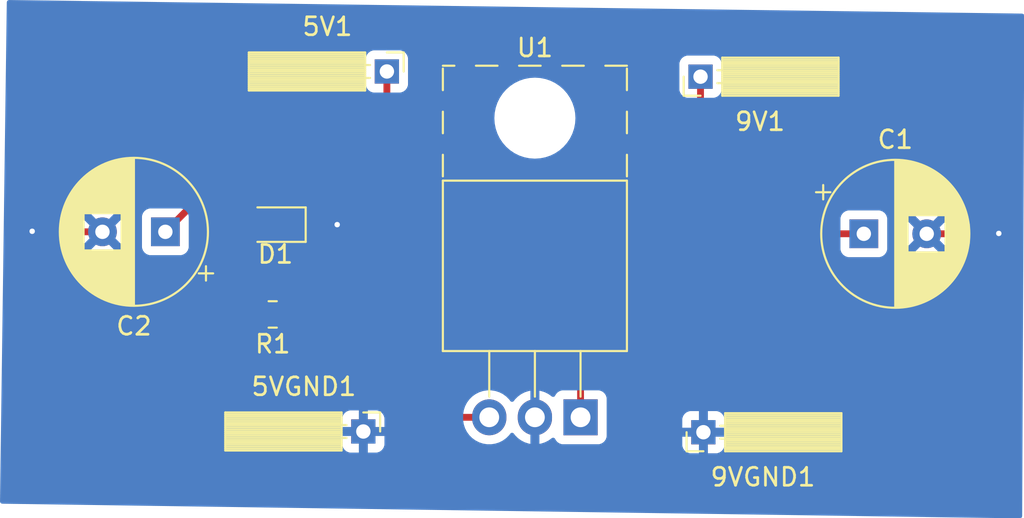
<source format=kicad_pcb>
(kicad_pcb (version 20240108) (generator "pcbnew") (generator_version "8.0")
  (layers (0 "F.Cu" signal) (31 "B.Cu" signal) (34 "B.Paste" user) (35 "F.Paste" user) (36 "B.SilkS" user "B.Silkscreen") (37 "F.SilkS" user "F.Silkscreen") (38 "B.Mask" user) (39 "F.Mask" user) (44 "Edge.Cuts" user))
  (net 0 "")
  (net 1 "GND")
  (net 2 "9V")
  (net 3 "5V")
  (net 4 "Net-(D1-A)")
  (footprint "Resistor_SMD:R_0805_2012Metric" (layer "F.Cu") (at 127.9125 94.5 180)
    (property "Reference" "R1" (at 0 -1.65 180) (layer "F.SilkS"))
    (property "Value" "R")
    (fp_line (start -0.227064 0.735) (end 0.227064 0.735) (stroke (width 0.12)) (layer "F.SilkS"))
    (fp_line (start -0.227064 -0.735) (end 0.227064 -0.735) (stroke (width 0.12)) (layer "F.SilkS"))
    (pad "1" smd roundrect (at -0.9125 0 180) (size 1.025 1.4) (layers "F.Cu" "F.Paste" "F.Mask") (roundrect_rratio 0.243902) (net 3 "5V"))
    (pad "2" smd roundrect (at 0.9125 0 180) (size 1.025 1.4) (layers "F.Cu" "F.Paste" "F.Mask") (roundrect_rratio 0.243902) (net 4 "Net-(D1-A)"))
  )
  (footprint "Connector_PinSocket_2.00mm:PinSocket_1x01_P2.00mm_Horizontal" (layer "F.Cu") (at 151.875 101.06 180)
    (property "Reference" "9VGND1" (at -3.31 -2.5 180) (layer "F.SilkS"))
    (property "Value" "Conn_01x01_Socket")
    (fp_line (start 0.935 -1.06) (end 0.935 0) (stroke (width 0.12)) (layer "F.SilkS"))
    (fp_line (start 0 -1.06) (end 0.935 -1.06) (stroke (width 0.12)) (layer "F.SilkS"))
    (fp_line (start -1.21 0.36) (end -0.935 0.36) (stroke (width 0.12)) (layer "F.SilkS"))
    (fp_line (start -1.21 -0.36) (end -0.935 -0.36) (stroke (width 0.12)) (layer "F.SilkS"))
    (fp_line (start -1.21 -1.06) (end -1.21 1.06) (stroke (width 0.12)) (layer "F.SilkS"))
    (fp_line (start -7.68 1.06) (end -1.21 1.06) (stroke (width 0.12)) (layer "F.SilkS"))
    (fp_line (start -7.68 0.942352) (end -1.21 0.942352) (stroke (width 0.12)) (layer "F.SilkS"))
    (fp_line (start -7.68 0.824705) (end -1.21 0.824705) (stroke (width 0.12)) (layer "F.SilkS"))
    (fp_line (start -7.68 0.707058) (end -1.21 0.707058) (stroke (width 0.12)) (layer "F.SilkS"))
    (fp_line (start -7.68 0.589411) (end -1.21 0.589411) (stroke (width 0.12)) (layer "F.SilkS"))
    (fp_line (start -7.68 0.471764) (end -1.21 0.471764) (stroke (width 0.12)) (layer "F.SilkS"))
    (fp_line (start -7.68 0.354117) (end -1.21 0.354117) (stroke (width 0.12)) (layer "F.SilkS"))
    (fp_line (start -7.68 0.23647) (end -1.21 0.23647) (stroke (width 0.12)) (layer "F.SilkS"))
    (fp_line (start -7.68 0.118823) (end -1.21 0.118823) (stroke (width 0.12)) (layer "F.SilkS"))
    (fp_line (start -7.68 0.001176) (end -1.21 0.001176) (stroke (width 0.12)) (layer "F.SilkS"))
    (fp_line (start -7.68 -0.116471) (end -1.21 -0.116471) (stroke (width 0.12)) (layer "F.SilkS"))
    (fp_line (start -7.68 -0.234118) (end -1.21 -0.234118) (stroke (width 0.12)) (layer "F.SilkS"))
    (fp_line (start -7.68 -0.351765) (end -1.21 -0.351765) (stroke (width 0.12)) (layer "F.SilkS"))
    (fp_line (start -7.68 -0.469412) (end -1.21 -0.469412) (stroke (width 0.12)) (layer "F.SilkS"))
    (fp_line (start -7.68 -0.587059) (end -1.21 -0.587059) (stroke (width 0.12)) (layer "F.SilkS"))
    (fp_line (start -7.68 -0.704706) (end -1.21 -0.704706) (stroke (width 0.12)) (layer "F.SilkS"))
    (fp_line (start -7.68 -0.822353) (end -1.21 -0.822353) (stroke (width 0.12)) (layer "F.SilkS"))
    (fp_line (start -7.68 -0.94) (end -1.21 -0.94) (stroke (width 0.12)) (layer "F.SilkS"))
    (fp_line (start -7.68 -1.06) (end -1.21 -1.06) (stroke (width 0.12)) (layer "F.SilkS"))
    (fp_line (start -7.68 -1.06) (end -7.68 1.06) (stroke (width 0.12)) (layer "F.SilkS"))
    (pad "1" thru_hole rect (at 0 0 180) (size 1.35 1.35) (drill 0.8) (layers "*.Cu" "*.Mask") (net 1 "GND"))
  )
  (footprint "Capacitor_THT:CP_Radial_D8.0mm_P3.50mm" (layer "F.Cu") (at 121.94 89.9 180)
    (property "Reference" "C2" (at 1.75 -5.25 180) (layer "F.SilkS"))
    (property "Value" "100nF")
    (fp_line (start 5.831 -0.533) (end 5.831 0.533) (stroke (width 0.12)) (layer "F.SilkS"))
    (fp_line (start 5.791 -0.768) (end 5.791 0.768) (stroke (width 0.12)) (layer "F.SilkS"))
    (fp_line (start 5.751 -0.948) (end 5.751 0.948) (stroke (width 0.12)) (layer "F.SilkS"))
    (fp_line (start 5.711 -1.098) (end 5.711 1.098) (stroke (width 0.12)) (layer "F.SilkS"))
    (fp_line (start 5.671 -1.229) (end 5.671 1.229) (stroke (width 0.12)) (layer "F.SilkS"))
    (fp_line (start 5.631 -1.346) (end 5.631 1.346) (stroke (width 0.12)) (layer "F.SilkS"))
    (fp_line (start 5.591 -1.453) (end 5.591 1.453) (stroke (width 0.12)) (layer "F.SilkS"))
    (fp_line (start 5.551 -1.552) (end 5.551 1.552) (stroke (width 0.12)) (layer "F.SilkS"))
    (fp_line (start 5.511 -1.645) (end 5.511 1.645) (stroke (width 0.12)) (layer "F.SilkS"))
    (fp_line (start 5.471 -1.731) (end 5.471 1.731) (stroke (width 0.12)) (layer "F.SilkS"))
    (fp_line (start 5.431 -1.813) (end 5.431 1.813) (stroke (width 0.12)) (layer "F.SilkS"))
    (fp_line (start 5.391 -1.89) (end 5.391 1.89) (stroke (width 0.12)) (layer "F.SilkS"))
    (fp_line (start 5.351 -1.964) (end 5.351 1.964) (stroke (width 0.12)) (layer "F.SilkS"))
    (fp_line (start 5.311 -2.034) (end 5.311 2.034) (stroke (width 0.12)) (layer "F.SilkS"))
    (fp_line (start 5.271 -2.102) (end 5.271 2.102) (stroke (width 0.12)) (layer "F.SilkS"))
    (fp_line (start 5.231 -2.166) (end 5.231 2.166) (stroke (width 0.12)) (layer "F.SilkS"))
    (fp_line (start 5.191 -2.228) (end 5.191 2.228) (stroke (width 0.12)) (layer "F.SilkS"))
    (fp_line (start 5.151 -2.287) (end 5.151 2.287) (stroke (width 0.12)) (layer "F.SilkS"))
    (fp_line (start 5.111 -2.345) (end 5.111 2.345) (stroke (width 0.12)) (layer "F.SilkS"))
    (fp_line (start 5.071 -2.4) (end 5.071 2.4) (stroke (width 0.12)) (layer "F.SilkS"))
    (fp_line (start 5.031 -2.454) (end 5.031 2.454) (stroke (width 0.12)) (layer "F.SilkS"))
    (fp_line (start 4.991 -2.505) (end 4.991 2.505) (stroke (width 0.12)) (layer "F.SilkS"))
    (fp_line (start 4.951 -2.556) (end 4.951 2.556) (stroke (width 0.12)) (layer "F.SilkS"))
    (fp_line (start 4.911 -2.604) (end 4.911 2.604) (stroke (width 0.12)) (layer "F.SilkS"))
    (fp_line (start 4.871 -2.651) (end 4.871 2.651) (stroke (width 0.12)) (layer "F.SilkS"))
    (fp_line (start 4.831 -2.697) (end 4.831 2.697) (stroke (width 0.12)) (layer "F.SilkS"))
    (fp_line (start 4.791 -2.741) (end 4.791 2.741) (stroke (width 0.12)) (layer "F.SilkS"))
    (fp_line (start 4.751 -2.784) (end 4.751 2.784) (stroke (width 0.12)) (layer "F.SilkS"))
    (fp_line (start 4.711 -2.826) (end 4.711 2.826) (stroke (width 0.12)) (layer "F.SilkS"))
    (fp_line (start 4.671 -2.867) (end 4.671 2.867) (stroke (width 0.12)) (layer "F.SilkS"))
    (fp_line (start 4.631 -2.907) (end 4.631 2.907) (stroke (width 0.12)) (layer "F.SilkS"))
    (fp_line (start 4.591 -2.945) (end 4.591 2.945) (stroke (width 0.12)) (layer "F.SilkS"))
    (fp_line (start 4.551 -2.983) (end 4.551 2.983) (stroke (width 0.12)) (layer "F.SilkS"))
    (fp_line (start 4.511 1.04) (end 4.511 3.019) (stroke (width 0.12)) (layer "F.SilkS"))
    (fp_line (start 4.511 -3.019) (end 4.511 -1.04) (stroke (width 0.12)) (layer "F.SilkS"))
    (fp_line (start 4.471 1.04) (end 4.471 3.055) (stroke (width 0.12)) (layer "F.SilkS"))
    (fp_line (start 4.471 -3.055) (end 4.471 -1.04) (stroke (width 0.12)) (layer "F.SilkS"))
    (fp_line (start 4.431 1.04) (end 4.431 3.09) (stroke (width 0.12)) (layer "F.SilkS"))
    (fp_line (start 4.431 -3.09) (end 4.431 -1.04) (stroke (width 0.12)) (layer "F.SilkS"))
    (fp_line (start 4.391 1.04) (end 4.391 3.124) (stroke (width 0.12)) (layer "F.SilkS"))
    (fp_line (start 4.391 -3.124) (end 4.391 -1.04) (stroke (width 0.12)) (layer "F.SilkS"))
    (fp_line (start 4.351 1.04) (end 4.351 3.156) (stroke (width 0.12)) (layer "F.SilkS"))
    (fp_line (start 4.351 -3.156) (end 4.351 -1.04) (stroke (width 0.12)) (layer "F.SilkS"))
    (fp_line (start 4.311 1.04) (end 4.311 3.189) (stroke (width 0.12)) (layer "F.SilkS"))
    (fp_line (start 4.311 -3.189) (end 4.311 -1.04) (stroke (width 0.12)) (layer "F.SilkS"))
    (fp_line (start 4.271 1.04) (end 4.271 3.22) (stroke (width 0.12)) (layer "F.SilkS"))
    (fp_line (start 4.271 -3.22) (end 4.271 -1.04) (stroke (width 0.12)) (layer "F.SilkS"))
    (fp_line (start 4.231 1.04) (end 4.231 3.25) (stroke (width 0.12)) (layer "F.SilkS"))
    (fp_line (start 4.231 -3.25) (end 4.231 -1.04) (stroke (width 0.12)) (layer "F.SilkS"))
    (fp_line (start 4.191 1.04) (end 4.191 3.28) (stroke (width 0.12)) (layer "F.SilkS"))
    (fp_line (start 4.191 -3.28) (end 4.191 -1.04) (stroke (width 0.12)) (layer "F.SilkS"))
    (fp_line (start 4.151 1.04) (end 4.151 3.309) (stroke (width 0.12)) (layer "F.SilkS"))
    (fp_line (start 4.151 -3.309) (end 4.151 -1.04) (stroke (width 0.12)) (layer "F.SilkS"))
    (fp_line (start 4.111 1.04) (end 4.111 3.338) (stroke (width 0.12)) (layer "F.SilkS"))
    (fp_line (start 4.111 -3.338) (end 4.111 -1.04) (stroke (width 0.12)) (layer "F.SilkS"))
    (fp_line (start 4.071 1.04) (end 4.071 3.365) (stroke (width 0.12)) (layer "F.SilkS"))
    (fp_line (start 4.071 -3.365) (end 4.071 -1.04) (stroke (width 0.12)) (layer "F.SilkS"))
    (fp_line (start 4.031 1.04) (end 4.031 3.392) (stroke (width 0.12)) (layer "F.SilkS"))
    (fp_line (start 4.031 -3.392) (end 4.031 -1.04) (stroke (width 0.12)) (layer "F.SilkS"))
    (fp_line (start 3.991 1.04) (end 3.991 3.418) (stroke (width 0.12)) (layer "F.SilkS"))
    (fp_line (start 3.991 -3.418) (end 3.991 -1.04) (stroke (width 0.12)) (layer "F.SilkS"))
    (fp_line (start 3.951 1.04) (end 3.951 3.444) (stroke (width 0.12)) (layer "F.SilkS"))
    (fp_line (start 3.951 -3.444) (end 3.951 -1.04) (stroke (width 0.12)) (layer "F.SilkS"))
    (fp_line (start 3.911 1.04) (end 3.911 3.469) (stroke (width 0.12)) (layer "F.SilkS"))
    (fp_line (start 3.911 -3.469) (end 3.911 -1.04) (stroke (width 0.12)) (layer "F.SilkS"))
    (fp_line (start 3.871 1.04) (end 3.871 3.493) (stroke (width 0.12)) (layer "F.SilkS"))
    (fp_line (start 3.871 -3.493) (end 3.871 -1.04) (stroke (width 0.12)) (layer "F.SilkS"))
    (fp_line (start 3.831 1.04) (end 3.831 3.517) (stroke (width 0.12)) (layer "F.SilkS"))
    (fp_line (start 3.831 -3.517) (end 3.831 -1.04) (stroke (width 0.12)) (layer "F.SilkS"))
    (fp_line (start 3.791 1.04) (end 3.791 3.54) (stroke (width 0.12)) (layer "F.SilkS"))
    (fp_line (start 3.791 -3.54) (end 3.791 -1.04) (stroke (width 0.12)) (layer "F.SilkS"))
    (fp_line (start 3.751 1.04) (end 3.751 3.562) (stroke (width 0.12)) (layer "F.SilkS"))
    (fp_line (start 3.751 -3.562) (end 3.751 -1.04) (stroke (width 0.12)) (layer "F.SilkS"))
    (fp_line (start 3.711 1.04) (end 3.711 3.584) (stroke (width 0.12)) (layer "F.SilkS"))
    (fp_line (start 3.711 -3.584) (end 3.711 -1.04) (stroke (width 0.12)) (layer "F.SilkS"))
    (fp_line (start 3.671 1.04) (end 3.671 3.606) (stroke (width 0.12)) (layer "F.SilkS"))
    (fp_line (start 3.671 -3.606) (end 3.671 -1.04) (stroke (width 0.12)) (layer "F.SilkS"))
    (fp_line (start 3.631 1.04) (end 3.631 3.627) (stroke (width 0.12)) (layer "F.SilkS"))
    (fp_line (start 3.631 -3.627) (end 3.631 -1.04) (stroke (width 0.12)) (layer "F.SilkS"))
    (fp_line (start 3.591 1.04) (end 3.591 3.647) (stroke (width 0.12)) (layer "F.SilkS"))
    (fp_line (start 3.591 -3.647) (end 3.591 -1.04) (stroke (width 0.12)) (layer "F.SilkS"))
    (fp_line (start 3.551 1.04) (end 3.551 3.666) (stroke (width 0.12)) (layer "F.SilkS"))
    (fp_line (start 3.551 -3.666) (end 3.551 -1.04) (stroke (width 0.12)) (layer "F.SilkS"))
    (fp_line (start 3.511 1.04) (end 3.511 3.686) (stroke (width 0.12)) (layer "F.SilkS"))
    (fp_line (start 3.511 -3.686) (end 3.511 -1.04) (stroke (width 0.12)) (layer "F.SilkS"))
    (fp_line (start 3.471 1.04) (end 3.471 3.704) (stroke (width 0.12)) (layer "F.SilkS"))
    (fp_line (start 3.471 -3.704) (end 3.471 -1.04) (stroke (width 0.12)) (layer "F.SilkS"))
    (fp_line (start 3.431 1.04) (end 3.431 3.722) (stroke (width 0.12)) (layer "F.SilkS"))
    (fp_line (start 3.431 -3.722) (end 3.431 -1.04) (stroke (width 0.12)) (layer "F.SilkS"))
    (fp_line (start 3.391 1.04) (end 3.391 3.74) (stroke (width 0.12)) (layer "F.SilkS"))
    (fp_line (start 3.391 -3.74) (end 3.391 -1.04) (stroke (width 0.12)) (layer "F.SilkS"))
    (fp_line (start 3.351 1.04) (end 3.351 3.757) (stroke (width 0.12)) (layer "F.SilkS"))
    (fp_line (start 3.351 -3.757) (end 3.351 -1.04) (stroke (width 0.12)) (layer "F.SilkS"))
    (fp_line (start 3.311 1.04) (end 3.311 3.774) (stroke (width 0.12)) (layer "F.SilkS"))
    (fp_line (start 3.311 -3.774) (end 3.311 -1.04) (stroke (width 0.12)) (layer "F.SilkS"))
    (fp_line (start 3.271 1.04) (end 3.271 3.79) (stroke (width 0.12)) (layer "F.SilkS"))
    (fp_line (start 3.271 -3.79) (end 3.271 -1.04) (stroke (width 0.12)) (layer "F.SilkS"))
    (fp_line (start 3.231 1.04) (end 3.231 3.805) (stroke (width 0.12)) (layer "F.SilkS"))
    (fp_line (start 3.231 -3.805) (end 3.231 -1.04) (stroke (width 0.12)) (layer "F.SilkS"))
    (fp_line (start 3.191 1.04) (end 3.191 3.821) (stroke (width 0.12)) (layer "F.SilkS"))
    (fp_line (start 3.191 -3.821) (end 3.191 -1.04) (stroke (width 0.12)) (layer "F.SilkS"))
    (fp_line (start 3.151 1.04) (end 3.151 3.835) (stroke (width 0.12)) (layer "F.SilkS"))
    (fp_line (start 3.151 -3.835) (end 3.151 -1.04) (stroke (width 0.12)) (layer "F.SilkS"))
    (fp_line (start 3.111 1.04) (end 3.111 3.85) (stroke (width 0.12)) (layer "F.SilkS"))
    (fp_line (start 3.111 -3.85) (end 3.111 -1.04) (stroke (width 0.12)) (layer "F.SilkS"))
    (fp_line (start 3.071 1.04) (end 3.071 3.863) (stroke (width 0.12)) (layer "F.SilkS"))
    (fp_line (start 3.071 -3.863) (end 3.071 -1.04) (stroke (width 0.12)) (layer "F.SilkS"))
    (fp_line (start 3.031 1.04) (end 3.031 3.877) (stroke (width 0.12)) (layer "F.SilkS"))
    (fp_line (start 3.031 -3.877) (end 3.031 -1.04) (stroke (width 0.12)) (layer "F.SilkS"))
    (fp_line (start 2.991 1.04) (end 2.991 3.889) (stroke (width 0.12)) (layer "F.SilkS"))
    (fp_line (start 2.991 -3.889) (end 2.991 -1.04) (stroke (width 0.12)) (layer "F.SilkS"))
    (fp_line (start 2.951 1.04) (end 2.951 3.902) (stroke (width 0.12)) (layer "F.SilkS"))
    (fp_line (start 2.951 -3.902) (end 2.951 -1.04) (stroke (width 0.12)) (layer "F.SilkS"))
    (fp_line (start 2.911 1.04) (end 2.911 3.914) (stroke (width 0.12)) (layer "F.SilkS"))
    (fp_line (start 2.911 -3.914) (end 2.911 -1.04) (stroke (width 0.12)) (layer "F.SilkS"))
    (fp_line (start 2.871 1.04) (end 2.871 3.925) (stroke (width 0.12)) (layer "F.SilkS"))
    (fp_line (start 2.871 -3.925) (end 2.871 -1.04) (stroke (width 0.12)) (layer "F.SilkS"))
    (fp_line (start 2.831 1.04) (end 2.831 3.936) (stroke (width 0.12)) (layer "F.SilkS"))
    (fp_line (start 2.831 -3.936) (end 2.831 -1.04) (stroke (width 0.12)) (layer "F.SilkS"))
    (fp_line (start 2.791 1.04) (end 2.791 3.947) (stroke (width 0.12)) (layer "F.SilkS"))
    (fp_line (start 2.791 -3.947) (end 2.791 -1.04) (stroke (width 0.12)) (layer "F.SilkS"))
    (fp_line (start 2.751 1.04) (end 2.751 3.957) (stroke (width 0.12)) (layer "F.SilkS"))
    (fp_line (start 2.751 -3.957) (end 2.751 -1.04) (stroke (width 0.12)) (layer "F.SilkS"))
    (fp_line (start 2.711 1.04) (end 2.711 3.967) (stroke (width 0.12)) (layer "F.SilkS"))
    (fp_line (start 2.711 -3.967) (end 2.711 -1.04) (stroke (width 0.12)) (layer "F.SilkS"))
    (fp_line (start 2.671 1.04) (end 2.671 3.976) (stroke (width 0.12)) (layer "F.SilkS"))
    (fp_line (start 2.671 -3.976) (end 2.671 -1.04) (stroke (width 0.12)) (layer "F.SilkS"))
    (fp_line (start 2.631 1.04) (end 2.631 3.985) (stroke (width 0.12)) (layer "F.SilkS"))
    (fp_line (start 2.631 -3.985) (end 2.631 -1.04) (stroke (width 0.12)) (layer "F.SilkS"))
    (fp_line (start 2.591 1.04) (end 2.591 3.994) (stroke (width 0.12)) (layer "F.SilkS"))
    (fp_line (start 2.591 -3.994) (end 2.591 -1.04) (stroke (width 0.12)) (layer "F.SilkS"))
    (fp_line (start 2.551 1.04) (end 2.551 4.002) (stroke (width 0.12)) (layer "F.SilkS"))
    (fp_line (start 2.551 -4.002) (end 2.551 -1.04) (stroke (width 0.12)) (layer "F.SilkS"))
    (fp_line (start 2.511 1.04) (end 2.511 4.01) (stroke (width 0.12)) (layer "F.SilkS"))
    (fp_line (start 2.511 -4.01) (end 2.511 -1.04) (stroke (width 0.12)) (layer "F.SilkS"))
    (fp_line (start 2.471 1.04) (end 2.471 4.017) (stroke (width 0.12)) (layer "F.SilkS"))
    (fp_line (start 2.471 -4.017) (end 2.471 -1.04) (stroke (width 0.12)) (layer "F.SilkS"))
    (fp_line (start 2.43 -4.024) (end 2.43 4.024) (stroke (width 0.12)) (layer "F.SilkS"))
    (fp_line (start 2.39 -4.03) (end 2.39 4.03) (stroke (width 0.12)) (layer "F.SilkS"))
    (fp_line (start 2.35 -4.037) (end 2.35 4.037) (stroke (width 0.12)) (layer "F.SilkS"))
    (fp_line (start 2.31 -4.042) (end 2.31 4.042) (stroke (width 0.12)) (layer "F.SilkS"))
    (fp_line (start 2.27 -4.048) (end 2.27 4.048) (stroke (width 0.12)) (layer "F.SilkS"))
    (fp_line (start 2.23 -4.052) (end 2.23 4.052) (stroke (width 0.12)) (layer "F.SilkS"))
    (fp_line (start 2.19 -4.057) (end 2.19 4.057) (stroke (width 0.12)) (layer "F.SilkS"))
    (fp_line (start 2.15 -4.061) (end 2.15 4.061) (stroke (width 0.12)) (layer "F.SilkS"))
    (fp_line (start 2.11 -4.065) (end 2.11 4.065) (stroke (width 0.12)) (layer "F.SilkS"))
    (fp_line (start 2.07 -4.068) (end 2.07 4.068) (stroke (width 0.12)) (layer "F.SilkS"))
    (fp_line (start 2.03 -4.071) (end 2.03 4.071) (stroke (width 0.12)) (layer "F.SilkS"))
    (fp_line (start 1.99 -4.074) (end 1.99 4.074) (stroke (width 0.12)) (layer "F.SilkS"))
    (fp_line (start 1.95 -4.076) (end 1.95 4.076) (stroke (width 0.12)) (layer "F.SilkS"))
    (fp_line (start 1.91 -4.077) (end 1.91 4.077) (stroke (width 0.12)) (layer "F.SilkS"))
    (fp_line (start 1.87 -4.079) (end 1.87 4.079) (stroke (width 0.12)) (layer "F.SilkS"))
    (fp_line (start 1.83 -4.08) (end 1.83 4.08) (stroke (width 0.12)) (layer "F.SilkS"))
    (fp_line (start 1.79 -4.08) (end 1.79 4.08) (stroke (width 0.12)) (layer "F.SilkS"))
    (fp_line (start 1.75 -4.08) (end 1.75 4.08) (stroke (width 0.12)) (layer "F.SilkS"))
    (fp_line (start -2.259698 -2.715) (end -2.259698 -1.915) (stroke (width 0.12)) (layer "F.SilkS"))
    (fp_line (start -2.659698 -2.315) (end -1.859698 -2.315) (stroke (width 0.12)) (layer "F.SilkS"))
    (fp_circle (center 1.75 0) (end 5.87 0) (stroke (width 0.12)) (fill none) (layer "F.SilkS"))
    (pad "1" thru_hole rect (at 0 0 180) (size 1.6 1.6) (drill 0.8) (layers "*.Cu" "*.Mask") (net 3 "5V"))
    (pad "2" thru_hole circle (at 3.5 0 180) (size 1.6 1.6) (drill 0.8) (layers "*.Cu" "*.Mask") (net 1 "GND"))
  )
  (footprint "Connector_PinSocket_2.00mm:PinSocket_1x01_P2.00mm_Horizontal" (layer "F.Cu") (at 132.955 101.02)
    (property "Reference" "5VGND1" (at -3.31 -2.5 0) (layer "F.SilkS"))
    (property "Value" "Conn_01x01_Socket")
    (fp_line (start -7.68 -1.06) (end -7.68 1.06) (stroke (width 0.12)) (layer "F.SilkS"))
    (fp_line (start -7.68 -1.06) (end -1.21 -1.06) (stroke (width 0.12)) (layer "F.SilkS"))
    (fp_line (start -7.68 -0.94) (end -1.21 -0.94) (stroke (width 0.12)) (layer "F.SilkS"))
    (fp_line (start -7.68 -0.822353) (end -1.21 -0.822353) (stroke (width 0.12)) (layer "F.SilkS"))
    (fp_line (start -7.68 -0.704706) (end -1.21 -0.704706) (stroke (width 0.12)) (layer "F.SilkS"))
    (fp_line (start -7.68 -0.587059) (end -1.21 -0.587059) (stroke (width 0.12)) (layer "F.SilkS"))
    (fp_line (start -7.68 -0.469412) (end -1.21 -0.469412) (stroke (width 0.12)) (layer "F.SilkS"))
    (fp_line (start -7.68 -0.351765) (end -1.21 -0.351765) (stroke (width 0.12)) (layer "F.SilkS"))
    (fp_line (start -7.68 -0.234118) (end -1.21 -0.234118) (stroke (width 0.12)) (layer "F.SilkS"))
    (fp_line (start -7.68 -0.116471) (end -1.21 -0.116471) (stroke (width 0.12)) (layer "F.SilkS"))
    (fp_line (start -7.68 0.001176) (end -1.21 0.001176) (stroke (width 0.12)) (layer "F.SilkS"))
    (fp_line (start -7.68 0.118823) (end -1.21 0.118823) (stroke (width 0.12)) (layer "F.SilkS"))
    (fp_line (start -7.68 0.23647) (end -1.21 0.23647) (stroke (width 0.12)) (layer "F.SilkS"))
    (fp_line (start -7.68 0.354117) (end -1.21 0.354117) (stroke (width 0.12)) (layer "F.SilkS"))
    (fp_line (start -7.68 0.471764) (end -1.21 0.471764) (stroke (width 0.12)) (layer "F.SilkS"))
    (fp_line (start -7.68 0.589411) (end -1.21 0.589411) (stroke (width 0.12)) (layer "F.SilkS"))
    (fp_line (start -7.68 0.707058) (end -1.21 0.707058) (stroke (width 0.12)) (layer "F.SilkS"))
    (fp_line (start -7.68 0.824705) (end -1.21 0.824705) (stroke (width 0.12)) (layer "F.SilkS"))
    (fp_line (start -7.68 0.942352) (end -1.21 0.942352) (stroke (width 0.12)) (layer "F.SilkS"))
    (fp_line (start -7.68 1.06) (end -1.21 1.06) (stroke (width 0.12)) (layer "F.SilkS"))
    (fp_line (start -1.21 -1.06) (end -1.21 1.06) (stroke (width 0.12)) (layer "F.SilkS"))
    (fp_line (start -1.21 -0.36) (end -0.935 -0.36) (stroke (width 0.12)) (layer "F.SilkS"))
    (fp_line (start -1.21 0.36) (end -0.935 0.36) (stroke (width 0.12)) (layer "F.SilkS"))
    (fp_line (start 0 -1.06) (end 0.935 -1.06) (stroke (width 0.12)) (layer "F.SilkS"))
    (fp_line (start 0.935 -1.06) (end 0.935 0) (stroke (width 0.12)) (layer "F.SilkS"))
    (pad "1" thru_hole rect (at 0 0) (size 1.35 1.35) (drill 0.8) (layers "*.Cu" "*.Mask") (net 1 "GND"))
  )
  (footprint "Connector_PinSocket_2.00mm:PinSocket_1x01_P2.00mm_Horizontal" (layer "F.Cu") (at 151.715 81.26 180)
    (property "Reference" "9V1" (at -3.31 -2.5 180) (layer "F.SilkS"))
    (property "Value" "Conn_01x01_Socket")
    (fp_line (start 0.935 -1.06) (end 0.935 0) (stroke (width 0.12)) (layer "F.SilkS"))
    (fp_line (start 0 -1.06) (end 0.935 -1.06) (stroke (width 0.12)) (layer "F.SilkS"))
    (fp_line (start -1.21 0.36) (end -0.935 0.36) (stroke (width 0.12)) (layer "F.SilkS"))
    (fp_line (start -1.21 -0.36) (end -0.935 -0.36) (stroke (width 0.12)) (layer "F.SilkS"))
    (fp_line (start -1.21 -1.06) (end -1.21 1.06) (stroke (width 0.12)) (layer "F.SilkS"))
    (fp_line (start -7.68 1.06) (end -1.21 1.06) (stroke (width 0.12)) (layer "F.SilkS"))
    (fp_line (start -7.68 0.942352) (end -1.21 0.942352) (stroke (width 0.12)) (layer "F.SilkS"))
    (fp_line (start -7.68 0.824705) (end -1.21 0.824705) (stroke (width 0.12)) (layer "F.SilkS"))
    (fp_line (start -7.68 0.707058) (end -1.21 0.707058) (stroke (width 0.12)) (layer "F.SilkS"))
    (fp_line (start -7.68 0.589411) (end -1.21 0.589411) (stroke (width 0.12)) (layer "F.SilkS"))
    (fp_line (start -7.68 0.471764) (end -1.21 0.471764) (stroke (width 0.12)) (layer "F.SilkS"))
    (fp_line (start -7.68 0.354117) (end -1.21 0.354117) (stroke (width 0.12)) (layer "F.SilkS"))
    (fp_line (start -7.68 0.23647) (end -1.21 0.23647) (stroke (width 0.12)) (layer "F.SilkS"))
    (fp_line (start -7.68 0.118823) (end -1.21 0.118823) (stroke (width 0.12)) (layer "F.SilkS"))
    (fp_line (start -7.68 0.001176) (end -1.21 0.001176) (stroke (width 0.12)) (layer "F.SilkS"))
    (fp_line (start -7.68 -0.116471) (end -1.21 -0.116471) (stroke (width 0.12)) (layer "F.SilkS"))
    (fp_line (start -7.68 -0.234118) (end -1.21 -0.234118) (stroke (width 0.12)) (layer "F.SilkS"))
    (fp_line (start -7.68 -0.351765) (end -1.21 -0.351765) (stroke (width 0.12)) (layer "F.SilkS"))
    (fp_line (start -7.68 -0.469412) (end -1.21 -0.469412) (stroke (width 0.12)) (layer "F.SilkS"))
    (fp_line (start -7.68 -0.587059) (end -1.21 -0.587059) (stroke (width 0.12)) (layer "F.SilkS"))
    (fp_line (start -7.68 -0.704706) (end -1.21 -0.704706) (stroke (width 0.12)) (layer "F.SilkS"))
    (fp_line (start -7.68 -0.822353) (end -1.21 -0.822353) (stroke (width 0.12)) (layer "F.SilkS"))
    (fp_line (start -7.68 -0.94) (end -1.21 -0.94) (stroke (width 0.12)) (layer "F.SilkS"))
    (fp_line (start -7.68 -1.06) (end -1.21 -1.06) (stroke (width 0.12)) (layer "F.SilkS"))
    (fp_line (start -7.68 -1.06) (end -7.68 1.06) (stroke (width 0.12)) (layer "F.SilkS"))
    (pad "1" thru_hole rect (at 0 0 180) (size 1.35 1.35) (drill 0.8) (layers "*.Cu" "*.Mask") (net 2 "9V"))
  )
  (footprint "Package_TO_SOT_THT:TO-220-3_Horizontal_TabUp" (layer "F.Cu") (at 145.04 100.23 180)
    (property "Reference" "U1" (at 2.54 20.58 180) (layer "F.SilkS"))
    (property "Value" "L7805")
    (fp_line (start 7.66 18.22) (end 7.66 19.42) (stroke (width 0.12)) (layer "F.SilkS"))
    (fp_line (start 7.66 15.82) (end 7.66 17.02) (stroke (width 0.12)) (layer "F.SilkS"))
    (fp_line (start 7.66 13.42) (end 7.66 14.62) (stroke (width 0.12)) (layer "F.SilkS"))
    (fp_line (start 7.66 3.69) (end 7.66 13.18) (stroke (width 0.12)) (layer "F.SilkS"))
    (fp_line (start 7.02 19.58) (end 7.66 19.58) (stroke (width 0.12)) (layer "F.SilkS"))
    (fp_line (start 5.08 1.15) (end 5.08 3.69) (stroke (width 0.12)) (layer "F.SilkS"))
    (fp_line (start 4.62 19.58) (end 5.82 19.58) (stroke (width 0.12)) (layer "F.SilkS"))
    (fp_line (start 2.54 1.15) (end 2.54 3.69) (stroke (width 0.12)) (layer "F.SilkS"))
    (fp_line (start 2.22 19.58) (end 3.42 19.58) (stroke (width 0.12)) (layer "F.SilkS"))
    (fp_line (start 0 1.15) (end 0 3.69) (stroke (width 0.12)) (layer "F.SilkS"))
    (fp_line (start -0.181 19.58) (end 1.02 19.58) (stroke (width 0.12)) (layer "F.SilkS"))
    (fp_line (start -2.58 19.58) (end -1.38 19.58) (stroke (width 0.12)) (layer "F.SilkS"))
    (fp_line (start -2.58 18.22) (end -2.58 19.42) (stroke (width 0.12)) (layer "F.SilkS"))
    (fp_line (start -2.58 15.82) (end -2.58 17.02) (stroke (width 0.12)) (layer "F.SilkS"))
    (fp_line (start -2.58 13.42) (end -2.58 14.62) (stroke (width 0.12)) (layer "F.SilkS"))
    (fp_line (start -2.58 13.18) (end 7.66 13.18) (stroke (width 0.12)) (layer "F.SilkS"))
    (fp_line (start -2.58 3.69) (end 7.66 3.69) (stroke (width 0.12)) (layer "F.SilkS"))
    (fp_line (start -2.58 3.69) (end -2.58 13.18) (stroke (width 0.12)) (layer "F.SilkS"))
    (pad "" np_thru_hole oval (at 2.54 16.66 180) (size 3.5 3.5) (drill 3.5) (layers "*.Cu" "*.Mask"))
    (pad "1" thru_hole rect (at 0 0 180) (size 1.905 2) (drill 1.1) (layers "*.Cu" "*.Mask") (net 2 "9V"))
    (pad "2" thru_hole oval (at 2.54 0 180) (size 1.905 2) (drill 1.1) (layers "*.Cu" "*.Mask") (net 1 "GND"))
    (pad "3" thru_hole oval (at 5.08 0 180) (size 1.905 2) (drill 1.1) (layers "*.Cu" "*.Mask") (net 3 "5V"))
  )
  (footprint "Capacitor_THT:CP_Radial_D8.0mm_P3.50mm" (layer "F.Cu") (at 160.8 90.01)
    (property "Reference" "C1" (at 1.75 -5.25 0) (layer "F.SilkS"))
    (property "Value" "100nF")
    (fp_line (start -2.659698 -2.315) (end -1.859698 -2.315) (stroke (width 0.12)) (layer "F.SilkS"))
    (fp_line (start -2.259698 -2.715) (end -2.259698 -1.915) (stroke (width 0.12)) (layer "F.SilkS"))
    (fp_line (start 1.75 -4.08) (end 1.75 4.08) (stroke (width 0.12)) (layer "F.SilkS"))
    (fp_line (start 1.79 -4.08) (end 1.79 4.08) (stroke (width 0.12)) (layer "F.SilkS"))
    (fp_line (start 1.83 -4.08) (end 1.83 4.08) (stroke (width 0.12)) (layer "F.SilkS"))
    (fp_line (start 1.87 -4.079) (end 1.87 4.079) (stroke (width 0.12)) (layer "F.SilkS"))
    (fp_line (start 1.91 -4.077) (end 1.91 4.077) (stroke (width 0.12)) (layer "F.SilkS"))
    (fp_line (start 1.95 -4.076) (end 1.95 4.076) (stroke (width 0.12)) (layer "F.SilkS"))
    (fp_line (start 1.99 -4.074) (end 1.99 4.074) (stroke (width 0.12)) (layer "F.SilkS"))
    (fp_line (start 2.03 -4.071) (end 2.03 4.071) (stroke (width 0.12)) (layer "F.SilkS"))
    (fp_line (start 2.07 -4.068) (end 2.07 4.068) (stroke (width 0.12)) (layer "F.SilkS"))
    (fp_line (start 2.11 -4.065) (end 2.11 4.065) (stroke (width 0.12)) (layer "F.SilkS"))
    (fp_line (start 2.15 -4.061) (end 2.15 4.061) (stroke (width 0.12)) (layer "F.SilkS"))
    (fp_line (start 2.19 -4.057) (end 2.19 4.057) (stroke (width 0.12)) (layer "F.SilkS"))
    (fp_line (start 2.23 -4.052) (end 2.23 4.052) (stroke (width 0.12)) (layer "F.SilkS"))
    (fp_line (start 2.27 -4.048) (end 2.27 4.048) (stroke (width 0.12)) (layer "F.SilkS"))
    (fp_line (start 2.31 -4.042) (end 2.31 4.042) (stroke (width 0.12)) (layer "F.SilkS"))
    (fp_line (start 2.35 -4.037) (end 2.35 4.037) (stroke (width 0.12)) (layer "F.SilkS"))
    (fp_line (start 2.39 -4.03) (end 2.39 4.03) (stroke (width 0.12)) (layer "F.SilkS"))
    (fp_line (start 2.43 -4.024) (end 2.43 4.024) (stroke (width 0.12)) (layer "F.SilkS"))
    (fp_line (start 2.471 -4.017) (end 2.471 -1.04) (stroke (width 0.12)) (layer "F.SilkS"))
    (fp_line (start 2.471 1.04) (end 2.471 4.017) (stroke (width 0.12)) (layer "F.SilkS"))
    (fp_line (start 2.511 -4.01) (end 2.511 -1.04) (stroke (width 0.12)) (layer "F.SilkS"))
    (fp_line (start 2.511 1.04) (end 2.511 4.01) (stroke (width 0.12)) (layer "F.SilkS"))
    (fp_line (start 2.551 -4.002) (end 2.551 -1.04) (stroke (width 0.12)) (layer "F.SilkS"))
    (fp_line (start 2.551 1.04) (end 2.551 4.002) (stroke (width 0.12)) (layer "F.SilkS"))
    (fp_line (start 2.591 -3.994) (end 2.591 -1.04) (stroke (width 0.12)) (layer "F.SilkS"))
    (fp_line (start 2.591 1.04) (end 2.591 3.994) (stroke (width 0.12)) (layer "F.SilkS"))
    (fp_line (start 2.631 -3.985) (end 2.631 -1.04) (stroke (width 0.12)) (layer "F.SilkS"))
    (fp_line (start 2.631 1.04) (end 2.631 3.985) (stroke (width 0.12)) (layer "F.SilkS"))
    (fp_line (start 2.671 -3.976) (end 2.671 -1.04) (stroke (width 0.12)) (layer "F.SilkS"))
    (fp_line (start 2.671 1.04) (end 2.671 3.976) (stroke (width 0.12)) (layer "F.SilkS"))
    (fp_line (start 2.711 -3.967) (end 2.711 -1.04) (stroke (width 0.12)) (layer "F.SilkS"))
    (fp_line (start 2.711 1.04) (end 2.711 3.967) (stroke (width 0.12)) (layer "F.SilkS"))
    (fp_line (start 2.751 -3.957) (end 2.751 -1.04) (stroke (width 0.12)) (layer "F.SilkS"))
    (fp_line (start 2.751 1.04) (end 2.751 3.957) (stroke (width 0.12)) (layer "F.SilkS"))
    (fp_line (start 2.791 -3.947) (end 2.791 -1.04) (stroke (width 0.12)) (layer "F.SilkS"))
    (fp_line (start 2.791 1.04) (end 2.791 3.947) (stroke (width 0.12)) (layer "F.SilkS"))
    (fp_line (start 2.831 -3.936) (end 2.831 -1.04) (stroke (width 0.12)) (layer "F.SilkS"))
    (fp_line (start 2.831 1.04) (end 2.831 3.936) (stroke (width 0.12)) (layer "F.SilkS"))
    (fp_line (start 2.871 -3.925) (end 2.871 -1.04) (stroke (width 0.12)) (layer "F.SilkS"))
    (fp_line (start 2.871 1.04) (end 2.871 3.925) (stroke (width 0.12)) (layer "F.SilkS"))
    (fp_line (start 2.911 -3.914) (end 2.911 -1.04) (stroke (width 0.12)) (layer "F.SilkS"))
    (fp_line (start 2.911 1.04) (end 2.911 3.914) (stroke (width 0.12)) (layer "F.SilkS"))
    (fp_line (start 2.951 -3.902) (end 2.951 -1.04) (stroke (width 0.12)) (layer "F.SilkS"))
    (fp_line (start 2.951 1.04) (end 2.951 3.902) (stroke (width 0.12)) (layer "F.SilkS"))
    (fp_line (start 2.991 -3.889) (end 2.991 -1.04) (stroke (width 0.12)) (layer "F.SilkS"))
    (fp_line (start 2.991 1.04) (end 2.991 3.889) (stroke (width 0.12)) (layer "F.SilkS"))
    (fp_line (start 3.031 -3.877) (end 3.031 -1.04) (stroke (width 0.12)) (layer "F.SilkS"))
    (fp_line (start 3.031 1.04) (end 3.031 3.877) (stroke (width 0.12)) (layer "F.SilkS"))
    (fp_line (start 3.071 -3.863) (end 3.071 -1.04) (stroke (width 0.12)) (layer "F.SilkS"))
    (fp_line (start 3.071 1.04) (end 3.071 3.863) (stroke (width 0.12)) (layer "F.SilkS"))
    (fp_line (start 3.111 -3.85) (end 3.111 -1.04) (stroke (width 0.12)) (layer "F.SilkS"))
    (fp_line (start 3.111 1.04) (end 3.111 3.85) (stroke (width 0.12)) (layer "F.SilkS"))
    (fp_line (start 3.151 -3.835) (end 3.151 -1.04) (stroke (width 0.12)) (layer "F.SilkS"))
    (fp_line (start 3.151 1.04) (end 3.151 3.835) (stroke (width 0.12)) (layer "F.SilkS"))
    (fp_line (start 3.191 -3.821) (end 3.191 -1.04) (stroke (width 0.12)) (layer "F.SilkS"))
    (fp_line (start 3.191 1.04) (end 3.191 3.821) (stroke (width 0.12)) (layer "F.SilkS"))
    (fp_line (start 3.231 -3.805) (end 3.231 -1.04) (stroke (width 0.12)) (layer "F.SilkS"))
    (fp_line (start 3.231 1.04) (end 3.231 3.805) (stroke (width 0.12)) (layer "F.SilkS"))
    (fp_line (start 3.271 -3.79) (end 3.271 -1.04) (stroke (width 0.12)) (layer "F.SilkS"))
    (fp_line (start 3.271 1.04) (end 3.271 3.79) (stroke (width 0.12)) (layer "F.SilkS"))
    (fp_line (start 3.311 -3.774) (end 3.311 -1.04) (stroke (width 0.12)) (layer "F.SilkS"))
    (fp_line (start 3.311 1.04) (end 3.311 3.774) (stroke (width 0.12)) (layer "F.SilkS"))
    (fp_line (start 3.351 -3.757) (end 3.351 -1.04) (stroke (width 0.12)) (layer "F.SilkS"))
    (fp_line (start 3.351 1.04) (end 3.351 3.757) (stroke (width 0.12)) (layer "F.SilkS"))
    (fp_line (start 3.391 -3.74) (end 3.391 -1.04) (stroke (width 0.12)) (layer "F.SilkS"))
    (fp_line (start 3.391 1.04) (end 3.391 3.74) (stroke (width 0.12)) (layer "F.SilkS"))
    (fp_line (start 3.431 -3.722) (end 3.431 -1.04) (stroke (width 0.12)) (layer "F.SilkS"))
    (fp_line (start 3.431 1.04) (end 3.431 3.722) (stroke (width 0.12)) (layer "F.SilkS"))
    (fp_line (start 3.471 -3.704) (end 3.471 -1.04) (stroke (width 0.12)) (layer "F.SilkS"))
    (fp_line (start 3.471 1.04) (end 3.471 3.704) (stroke (width 0.12)) (layer "F.SilkS"))
    (fp_line (start 3.511 -3.686) (end 3.511 -1.04) (stroke (width 0.12)) (layer "F.SilkS"))
    (fp_line (start 3.511 1.04) (end 3.511 3.686) (stroke (width 0.12)) (layer "F.SilkS"))
    (fp_line (start 3.551 -3.666) (end 3.551 -1.04) (stroke (width 0.12)) (layer "F.SilkS"))
    (fp_line (start 3.551 1.04) (end 3.551 3.666) (stroke (width 0.12)) (layer "F.SilkS"))
    (fp_line (start 3.591 -3.647) (end 3.591 -1.04) (stroke (width 0.12)) (layer "F.SilkS"))
    (fp_line (start 3.591 1.04) (end 3.591 3.647) (stroke (width 0.12)) (layer "F.SilkS"))
    (fp_line (start 3.631 -3.627) (end 3.631 -1.04) (stroke (width 0.12)) (layer "F.SilkS"))
    (fp_line (start 3.631 1.04) (end 3.631 3.627) (stroke (width 0.12)) (layer "F.SilkS"))
    (fp_line (start 3.671 -3.606) (end 3.671 -1.04) (stroke (width 0.12)) (layer "F.SilkS"))
    (fp_line (start 3.671 1.04) (end 3.671 3.606) (stroke (width 0.12)) (layer "F.SilkS"))
    (fp_line (start 3.711 -3.584) (end 3.711 -1.04) (stroke (width 0.12)) (layer "F.SilkS"))
    (fp_line (start 3.711 1.04) (end 3.711 3.584) (stroke (width 0.12)) (layer "F.SilkS"))
    (fp_line (start 3.751 -3.562) (end 3.751 -1.04) (stroke (width 0.12)) (layer "F.SilkS"))
    (fp_line (start 3.751 1.04) (end 3.751 3.562) (stroke (width 0.12)) (layer "F.SilkS"))
    (fp_line (start 3.791 -3.54) (end 3.791 -1.04) (stroke (width 0.12)) (layer "F.SilkS"))
    (fp_line (start 3.791 1.04) (end 3.791 3.54) (stroke (width 0.12)) (layer "F.SilkS"))
    (fp_line (start 3.831 -3.517) (end 3.831 -1.04) (stroke (width 0.12)) (layer "F.SilkS"))
    (fp_line (start 3.831 1.04) (end 3.831 3.517) (stroke (width 0.12)) (layer "F.SilkS"))
    (fp_line (start 3.871 -3.493) (end 3.871 -1.04) (stroke (width 0.12)) (layer "F.SilkS"))
    (fp_line (start 3.871 1.04) (end 3.871 3.493) (stroke (width 0.12)) (layer "F.SilkS"))
    (fp_line (start 3.911 -3.469) (end 3.911 -1.04) (stroke (width 0.12)) (layer "F.SilkS"))
    (fp_line (start 3.911 1.04) (end 3.911 3.469) (stroke (width 0.12)) (layer "F.SilkS"))
    (fp_line (start 3.951 -3.444) (end 3.951 -1.04) (stroke (width 0.12)) (layer "F.SilkS"))
    (fp_line (start 3.951 1.04) (end 3.951 3.444) (stroke (width 0.12)) (layer "F.SilkS"))
    (fp_line (start 3.991 -3.418) (end 3.991 -1.04) (stroke (width 0.12)) (layer "F.SilkS"))
    (fp_line (start 3.991 1.04) (end 3.991 3.418) (stroke (width 0.12)) (layer "F.SilkS"))
    (fp_line (start 4.031 -3.392) (end 4.031 -1.04) (stroke (width 0.12)) (layer "F.SilkS"))
    (fp_line (start 4.031 1.04) (end 4.031 3.392) (stroke (width 0.12)) (layer "F.SilkS"))
    (fp_line (start 4.071 -3.365) (end 4.071 -1.04) (stroke (width 0.12)) (layer "F.SilkS"))
    (fp_line (start 4.071 1.04) (end 4.071 3.365) (stroke (width 0.12)) (layer "F.SilkS"))
    (fp_line (start 4.111 -3.338) (end 4.111 -1.04) (stroke (width 0.12)) (layer "F.SilkS"))
    (fp_line (start 4.111 1.04) (end 4.111 3.338) (stroke (width 0.12)) (layer "F.SilkS"))
    (fp_line (start 4.151 -3.309) (end 4.151 -1.04) (stroke (width 0.12)) (layer "F.SilkS"))
    (fp_line (start 4.151 1.04) (end 4.151 3.309) (stroke (width 0.12)) (layer "F.SilkS"))
    (fp_line (start 4.191 -3.28) (end 4.191 -1.04) (stroke (width 0.12)) (layer "F.SilkS"))
    (fp_line (start 4.191 1.04) (end 4.191 3.28) (stroke (width 0.12)) (layer "F.SilkS"))
    (fp_line (start 4.231 -3.25) (end 4.231 -1.04) (stroke (width 0.12)) (layer "F.SilkS"))
    (fp_line (start 4.231 1.04) (end 4.231 3.25) (stroke (width 0.12)) (layer "F.SilkS"))
    (fp_line (start 4.271 -3.22) (end 4.271 -1.04) (stroke (width 0.12)) (layer "F.SilkS"))
    (fp_line (start 4.271 1.04) (end 4.271 3.22) (stroke (width 0.12)) (layer "F.SilkS"))
    (fp_line (start 4.311 -3.189) (end 4.311 -1.04) (stroke (width 0.12)) (layer "F.SilkS"))
    (fp_line (start 4.311 1.04) (end 4.311 3.189) (stroke (width 0.12)) (layer "F.SilkS"))
    (fp_line (start 4.351 -3.156) (end 4.351 -1.04) (stroke (width 0.12)) (layer "F.SilkS"))
    (fp_line (start 4.351 1.04) (end 4.351 3.156) (stroke (width 0.12)) (layer "F.SilkS"))
    (fp_line (start 4.391 -3.124) (end 4.391 -1.04) (stroke (width 0.12)) (layer "F.SilkS"))
    (fp_line (start 4.391 1.04) (end 4.391 3.124) (stroke (width 0.12)) (layer "F.SilkS"))
    (fp_line (start 4.431 -3.09) (end 4.431 -1.04) (stroke (width 0.12)) (layer "F.SilkS"))
    (fp_line (start 4.431 1.04) (end 4.431 3.09) (stroke (width 0.12)) (layer "F.SilkS"))
    (fp_line (start 4.471 -3.055) (end 4.471 -1.04) (stroke (width 0.12)) (layer "F.SilkS"))
    (fp_line (start 4.471 1.04) (end 4.471 3.055) (stroke (width 0.12)) (layer "F.SilkS"))
    (fp_line (start 4.511 -3.019) (end 4.511 -1.04) (stroke (width 0.12)) (layer "F.SilkS"))
    (fp_line (start 4.511 1.04) (end 4.511 3.019) (stroke (width 0.12)) (layer "F.SilkS"))
    (fp_line (start 4.551 -2.983) (end 4.551 2.983) (stroke (width 0.12)) (layer "F.SilkS"))
    (fp_line (start 4.591 -2.945) (end 4.591 2.945) (stroke (width 0.12)) (layer "F.SilkS"))
    (fp_line (start 4.631 -2.907) (end 4.631 2.907) (stroke (width 0.12)) (layer "F.SilkS"))
    (fp_line (start 4.671 -2.867) (end 4.671 2.867) (stroke (width 0.12)) (layer "F.SilkS"))
    (fp_line (start 4.711 -2.826) (end 4.711 2.826) (stroke (width 0.12)) (layer "F.SilkS"))
    (fp_line (start 4.751 -2.784) (end 4.751 2.784) (stroke (width 0.12)) (layer "F.SilkS"))
    (fp_line (start 4.791 -2.741) (end 4.791 2.741) (stroke (width 0.12)) (layer "F.SilkS"))
    (fp_line (start 4.831 -2.697) (end 4.831 2.697) (stroke (width 0.12)) (layer "F.SilkS"))
    (fp_line (start 4.871 -2.651) (end 4.871 2.651) (stroke (width 0.12)) (layer "F.SilkS"))
    (fp_line (start 4.911 -2.604) (end 4.911 2.604) (stroke (width 0.12)) (layer "F.SilkS"))
    (fp_line (start 4.951 -2.556) (end 4.951 2.556) (stroke (width 0.12)) (layer "F.SilkS"))
    (fp_line (start 4.991 -2.505) (end 4.991 2.505) (stroke (width 0.12)) (layer "F.SilkS"))
    (fp_line (start 5.031 -2.454) (end 5.031 2.454) (stroke (width 0.12)) (layer "F.SilkS"))
    (fp_line (start 5.071 -2.4) (end 5.071 2.4) (stroke (width 0.12)) (layer "F.SilkS"))
    (fp_line (start 5.111 -2.345) (end 5.111 2.345) (stroke (width 0.12)) (layer "F.SilkS"))
    (fp_line (start 5.151 -2.287) (end 5.151 2.287) (stroke (width 0.12)) (layer "F.SilkS"))
    (fp_line (start 5.191 -2.228) (end 5.191 2.228) (stroke (width 0.12)) (layer "F.SilkS"))
    (fp_line (start 5.231 -2.166) (end 5.231 2.166) (stroke (width 0.12)) (layer "F.SilkS"))
    (fp_line (start 5.271 -2.102) (end 5.271 2.102) (stroke (width 0.12)) (layer "F.SilkS"))
    (fp_line (start 5.311 -2.034) (end 5.311 2.034) (stroke (width 0.12)) (layer "F.SilkS"))
    (fp_line (start 5.351 -1.964) (end 5.351 1.964) (stroke (width 0.12)) (layer "F.SilkS"))
    (fp_line (start 5.391 -1.89) (end 5.391 1.89) (stroke (width 0.12)) (layer "F.SilkS"))
    (fp_line (start 5.431 -1.813) (end 5.431 1.813) (stroke (width 0.12)) (layer "F.SilkS"))
    (fp_line (start 5.471 -1.731) (end 5.471 1.731) (stroke (width 0.12)) (layer "F.SilkS"))
    (fp_line (start 5.511 -1.645) (end 5.511 1.645) (stroke (width 0.12)) (layer "F.SilkS"))
    (fp_line (start 5.551 -1.552) (end 5.551 1.552) (stroke (width 0.12)) (layer "F.SilkS"))
    (fp_line (start 5.591 -1.453) (end 5.591 1.453) (stroke (width 0.12)) (layer "F.SilkS"))
    (fp_line (start 5.631 -1.346) (end 5.631 1.346) (stroke (width 0.12)) (layer "F.SilkS"))
    (fp_line (start 5.671 -1.229) (end 5.671 1.229) (stroke (width 0.12)) (layer "F.SilkS"))
    (fp_line (start 5.711 -1.098) (end 5.711 1.098) (stroke (width 0.12)) (layer "F.SilkS"))
    (fp_line (start 5.751 -0.948) (end 5.751 0.948) (stroke (width 0.12)) (layer "F.SilkS"))
    (fp_line (start 5.791 -0.768) (end 5.791 0.768) (stroke (width 0.12)) (layer "F.SilkS"))
    (fp_line (start 5.831 -0.533) (end 5.831 0.533) (stroke (width 0.12)) (layer "F.SilkS"))
    (fp_circle (center 1.75 0) (end 5.87 0) (stroke (width 0.12)) (fill none) (layer "F.SilkS"))
    (pad "1" thru_hole rect (at 0 0) (size 1.6 1.6) (drill 0.8) (layers "*.Cu" "*.Mask") (net 2 "9V"))
    (pad "2" thru_hole circle (at 3.5 0) (size 1.6 1.6) (drill 0.8) (layers "*.Cu" "*.Mask") (net 1 "GND"))
  )
  (footprint "LED_SMD:LED_0805_2012Metric" (layer "F.Cu") (at 128.0625 89.5 180)
    (property "Reference" "D1" (at 0 -1.65 180) (layer "F.SilkS"))
    (property "Value" "LED")
    (fp_line (start 1 -0.96) (end -1.685 -0.96) (stroke (width 0.12)) (layer "F.SilkS"))
    (fp_line (start -1.685 0.96) (end 1 0.96) (stroke (width 0.12)) (layer "F.SilkS"))
    (fp_line (start -1.685 -0.96) (end -1.685 0.96) (stroke (width 0.12)) (layer "F.SilkS"))
    (pad "1" smd roundrect (at -0.9375 0 180) (size 0.975 1.4) (layers "F.Cu" "F.Paste" "F.Mask") (net 1 "GND"))
    (pad "2" smd roundrect (at 0.9375 0 180) (size 0.975 1.4) (layers "F.Cu" "F.Paste" "F.Mask") (net 4 "Net-(D1-A)"))
  )
  (footprint "Connector_PinSocket_2.00mm:PinSocket_1x01_P2.00mm_Horizontal" (layer "F.Cu") (at 134.265 80.97)
    (property "Reference" "5V1" (at -3.31 -2.5 0) (layer "F.SilkS"))
    (property "Value" "Conn_01x01_Socket")
    (fp_line (start -7.68 -1.06) (end -7.68 1.06) (stroke (width 0.12)) (layer "F.SilkS"))
    (fp_line (start -7.68 -1.06) (end -1.21 -1.06) (stroke (width 0.12)) (layer "F.SilkS"))
    (fp_line (start -7.68 -0.94) (end -1.21 -0.94) (stroke (width 0.12)) (layer "F.SilkS"))
    (fp_line (start -7.68 -0.822353) (end -1.21 -0.822353) (stroke (width 0.12)) (layer "F.SilkS"))
    (fp_line (start -7.68 -0.704706) (end -1.21 -0.704706) (stroke (width 0.12)) (layer "F.SilkS"))
    (fp_line (start -7.68 -0.587059) (end -1.21 -0.587059) (stroke (width 0.12)) (layer "F.SilkS"))
    (fp_line (start -7.68 -0.469412) (end -1.21 -0.469412) (stroke (width 0.12)) (layer "F.SilkS"))
    (fp_line (start -7.68 -0.351765) (end -1.21 -0.351765) (stroke (width 0.12)) (layer "F.SilkS"))
    (fp_line (start -7.68 -0.234118) (end -1.21 -0.234118) (stroke (width 0.12)) (layer "F.SilkS"))
    (fp_line (start -7.68 -0.116471) (end -1.21 -0.116471) (stroke (width 0.12)) (layer "F.SilkS"))
    (fp_line (start -7.68 0.001176) (end -1.21 0.001176) (stroke (width 0.12)) (layer "F.SilkS"))
    (fp_line (start -7.68 0.118823) (end -1.21 0.118823) (stroke (width 0.12)) (layer "F.SilkS"))
    (fp_line (start -7.68 0.23647) (end -1.21 0.23647) (stroke (width 0.12)) (layer "F.SilkS"))
    (fp_line (start -7.68 0.354117) (end -1.21 0.354117) (stroke (width 0.12)) (layer "F.SilkS"))
    (fp_line (start -7.68 0.471764) (end -1.21 0.471764) (stroke (width 0.12)) (layer "F.SilkS"))
    (fp_line (start -7.68 0.589411) (end -1.21 0.589411) (stroke (width 0.12)) (layer "F.SilkS"))
    (fp_line (start -7.68 0.707058) (end -1.21 0.707058) (stroke (width 0.12)) (layer "F.SilkS"))
    (fp_line (start -7.68 0.824705) (end -1.21 0.824705) (stroke (width 0.12)) (layer "F.SilkS"))
    (fp_line (start -7.68 0.942352) (end -1.21 0.942352) (stroke (width 0.12)) (layer "F.SilkS"))
    (fp_line (start -7.68 1.06) (end -1.21 1.06) (stroke (width 0.12)) (layer "F.SilkS"))
    (fp_line (start -1.21 -1.06) (end -1.21 1.06) (stroke (width 0.12)) (layer "F.SilkS"))
    (fp_line (start -1.21 -0.36) (end -0.935 -0.36) (stroke (width 0.12)) (layer "F.SilkS"))
    (fp_line (start -1.21 0.36) (end -0.935 0.36) (stroke (width 0.12)) (layer "F.SilkS"))
    (fp_line (start 0 -1.06) (end 0.935 -1.06) (stroke (width 0.12)) (layer "F.SilkS"))
    (fp_line (start 0.935 -1.06) (end 0.935 0) (stroke (width 0.12)) (layer "F.SilkS"))
    (pad "1" thru_hole rect (at 0 0) (size 1.35 1.35) (drill 0.8) (layers "*.Cu" "*.Mask") (net 3 "5V"))
  )
  (segment (start 118.44 89.9) (end 114.68 89.9) (width 0.381) (layer "F.Cu") (net 1))
  (segment (start 129 89.5) (end 131.5 89.5) (width 0.381) (layer "F.Cu") (net 1))
  (segment (start 114.68 89.9) (end 114.53 89.87) (width 0.381) (layer "F.Cu") (net 1))
  (segment (start 168.31 89.99) (end 168.33 90.01) (width 0.381) (layer "F.Cu") (net 1))
  (segment (start 114.53 89.87) (end 114.62 89.9) (width 0.381) (layer "F.Cu") (net 1))
  (segment (start 164.3 90.01) (end 168.29 90.01) (width 0.381) (layer "F.Cu") (net 1))
  (segment (start 168.33 90.01) (end 168.4 90.01) (width 0.381) (layer "F.Cu") (net 1))
  (segment (start 114.62 89.9) (end 114.65 89.9) (width 0.381) (layer "F.Cu") (net 1))
  (segment (start 168.29 90.01) (end 168.31 89.99) (width 0.381) (layer "F.Cu") (net 1))
  (via (at 131.5 89.5) (size 0.6) (drill 0.3) (layers "F.Cu" "B.Cu") (net 1))
  (via (at 114.53 89.87) (size 0.6) (drill 0.3) (layers "F.Cu" "B.Cu") (net 1))
  (via (at 168.31 89.99) (size 0.6) (drill 0.3) (layers "F.Cu" "B.Cu") (net 1))
  (segment (start 153 90) (end 155.6 90) (width 0.381) (layer "F.Cu") (net 2))
  (segment (start 155.61 90.01) (end 160.8 90.01) (width 0.381) (layer "F.Cu") (net 2))
  (segment (start 151.675 88.675) (end 151.715 88.635) (width 0.381) (layer "F.Cu") (net 2))
  (segment (start 155.6 90) (end 155.61 90.01) (width 0.381) (layer "F.Cu") (net 2))
  (segment (start 153 90) (end 145.04 97.96) (width 0.381) (layer "F.Cu") (net 2))
  (segment (start 151.675 88.675) (end 153 90) (width 0.381) (layer "F.Cu") (net 2))
  (segment (start 145.04 97.96) (end 145.04 100.23) (width 0.381) (layer "F.Cu") (net 2))
  (segment (start 151.715 88.635) (end 151.715 81.26) (width 0.381) (layer "F.Cu") (net 2))
  (segment (start 139.96 100.23) (end 137.73 100.23) (width 0.381) (layer "F.Cu") (net 3))
  (segment (start 137.73 100.23) (end 132.1 94.6) (width 0.381) (layer "F.Cu") (net 3))
  (segment (start 134.325 92.275) (end 132.1 94.5) (width 0.381) (layer "F.Cu") (net 3))
  (segment (start 134.325 87.12) (end 134.325 92.275) (width 0.381) (layer "F.Cu") (net 3))
  (segment (start 124.72 87.12) (end 134.325 87.12) (width 0.381) (layer "F.Cu") (net 3))
  (segment (start 132.1 94.5) (end 128.825 94.5) (width 0.381) (layer "F.Cu") (net 3))
  (segment (start 134.325 87.12) (end 134.325 86.945) (width 0.381) (layer "F.Cu") (net 3))
  (segment (start 134.325 86.945) (end 134.265 86.885) (width 0.381) (layer "F.Cu") (net 3))
  (segment (start 134.265 86.885) (end 134.265 80.97) (width 0.381) (layer "F.Cu") (net 3))
  (segment (start 121.94 89.9) (end 124.72 87.12) (width 0.381) (layer "F.Cu") (net 3))
  (segment (start 127.125 89.5) (end 127.125 94.375) (width 0.381) (layer "F.Cu") (net 4))
  (segment (start 127.125 94.375) (end 127 94.5) (width 0.381) (layer "F.Cu") (net 4))
  (zone (net 1) (net_name "GND") (layer "B.Cu") (connect_pads (clearance 0.5)) (min_thickness 0.25) (fill yes (thermal_gap 0.5) (thermal_bridge_width 0.5))
    (polygon (pts (xy 113.12 76.99) (xy 169.73 77.75) (xy 169.61 105.86) (xy 112.74 105.04)))
  )
)
</source>
